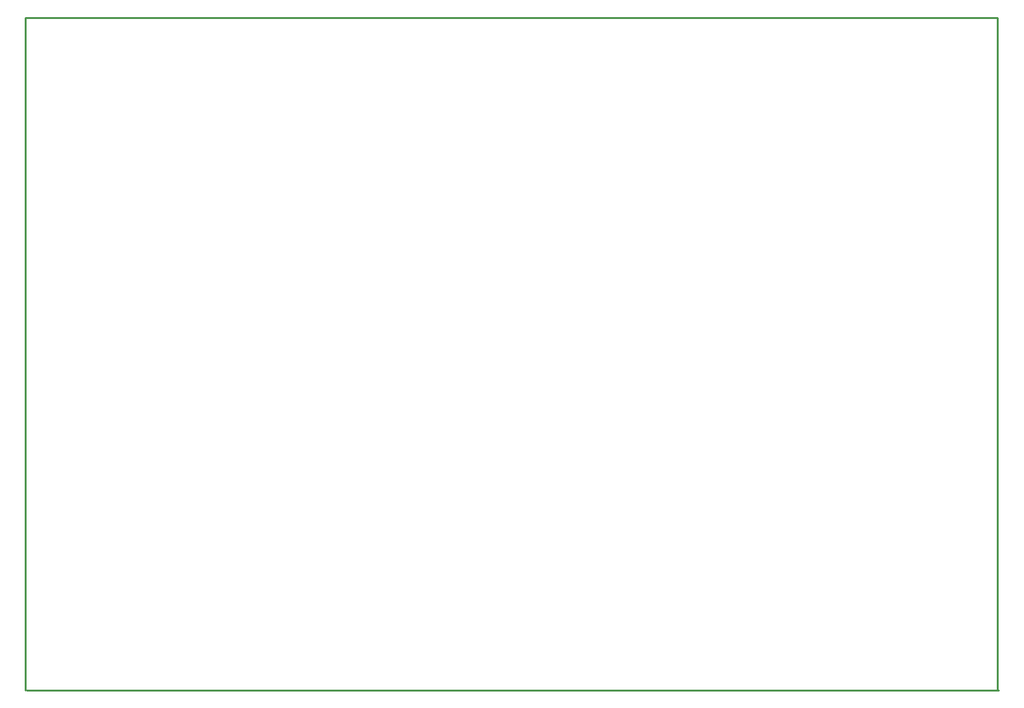
<source format=gbp>
G04*
G04 #@! TF.GenerationSoftware,Altium Limited,Altium Designer,22.0.2 (36)*
G04*
G04 Layer_Color=128*
%FSLAX44Y44*%
%MOMM*%
G71*
G04*
G04 #@! TF.SameCoordinates,DEF1482B-7F84-4A2E-A234-9A9D801D0D5E*
G04*
G04*
G04 #@! TF.FilePolarity,Positive*
G04*
G01*
G75*
%ADD11C,0.2540*%
D11*
X1300000D02*
Y900000D01*
X0D02*
X1300000D01*
X1270Y0D02*
X1301270D01*
X0D02*
Y900000D01*
M02*

</source>
